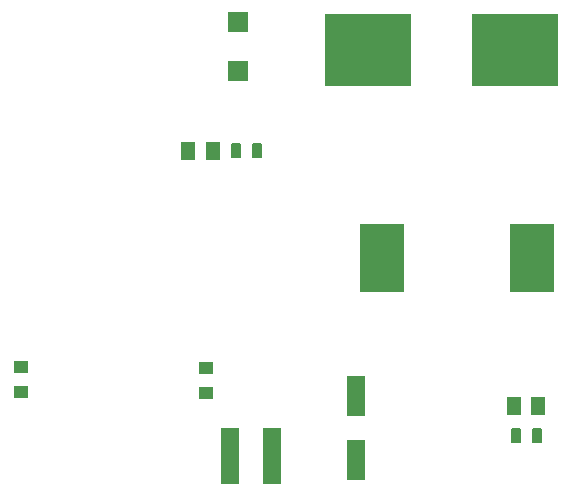
<source format=gtp>
G04*
G04 #@! TF.GenerationSoftware,Altium Limited,Altium Designer,19.1.8 (144)*
G04*
G04 Layer_Color=8421504*
%FSLAX25Y25*%
%MOIN*%
G70*
G01*
G75*
%ADD20R,0.15000X0.23000*%
%ADD21R,0.07000X0.07100*%
%ADD22R,0.05906X0.18504*%
%ADD23R,0.06299X0.13780*%
%ADD24R,0.04921X0.05906*%
%ADD25R,0.28740X0.24410*%
G04:AMPARAMS|DCode=26|XSize=35mil|YSize=50mil|CornerRadius=4.38mil|HoleSize=0mil|Usage=FLASHONLY|Rotation=0.000|XOffset=0mil|YOffset=0mil|HoleType=Round|Shape=RoundedRectangle|*
%AMROUNDEDRECTD26*
21,1,0.03500,0.04125,0,0,0.0*
21,1,0.02625,0.05000,0,0,0.0*
1,1,0.00875,0.01313,-0.02063*
1,1,0.00875,-0.01313,-0.02063*
1,1,0.00875,-0.01313,0.02063*
1,1,0.00875,0.01313,0.02063*
%
%ADD26ROUNDEDRECTD26*%
%ADD27R,0.05100X0.04000*%
D20*
X178839Y94882D02*
D03*
X128839D02*
D03*
D21*
X80709Y157254D02*
D03*
Y173394D02*
D03*
D22*
X77953Y28740D02*
D03*
X92126D02*
D03*
D23*
X120079Y48819D02*
D03*
Y27559D02*
D03*
D24*
X180905Y45669D02*
D03*
X172638D02*
D03*
X72244Y130709D02*
D03*
X63976D02*
D03*
D25*
X124016Y164173D02*
D03*
X173228D02*
D03*
D26*
X180315Y35433D02*
D03*
X173315D02*
D03*
X86965Y130709D02*
D03*
X79965D02*
D03*
D27*
X70079Y49968D02*
D03*
Y58268D02*
D03*
X8500Y50100D02*
D03*
Y58400D02*
D03*
M02*

</source>
